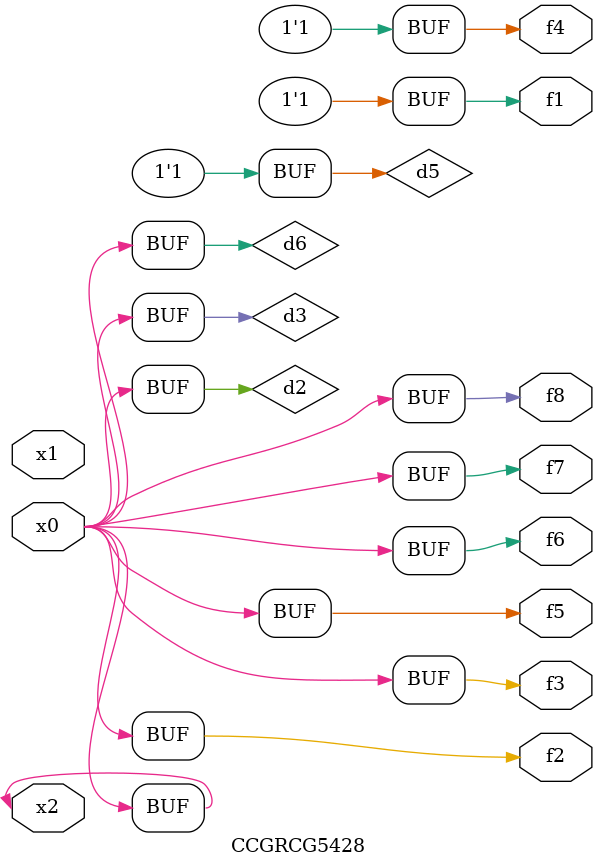
<source format=v>
module CCGRCG5428(
	input x0, x1, x2,
	output f1, f2, f3, f4, f5, f6, f7, f8
);

	wire d1, d2, d3, d4, d5, d6;

	xnor (d1, x2);
	buf (d2, x0, x2);
	and (d3, x0);
	xnor (d4, x1, x2);
	nand (d5, d1, d3);
	buf (d6, d2, d3);
	assign f1 = d5;
	assign f2 = d6;
	assign f3 = d6;
	assign f4 = d5;
	assign f5 = d6;
	assign f6 = d6;
	assign f7 = d6;
	assign f8 = d6;
endmodule

</source>
